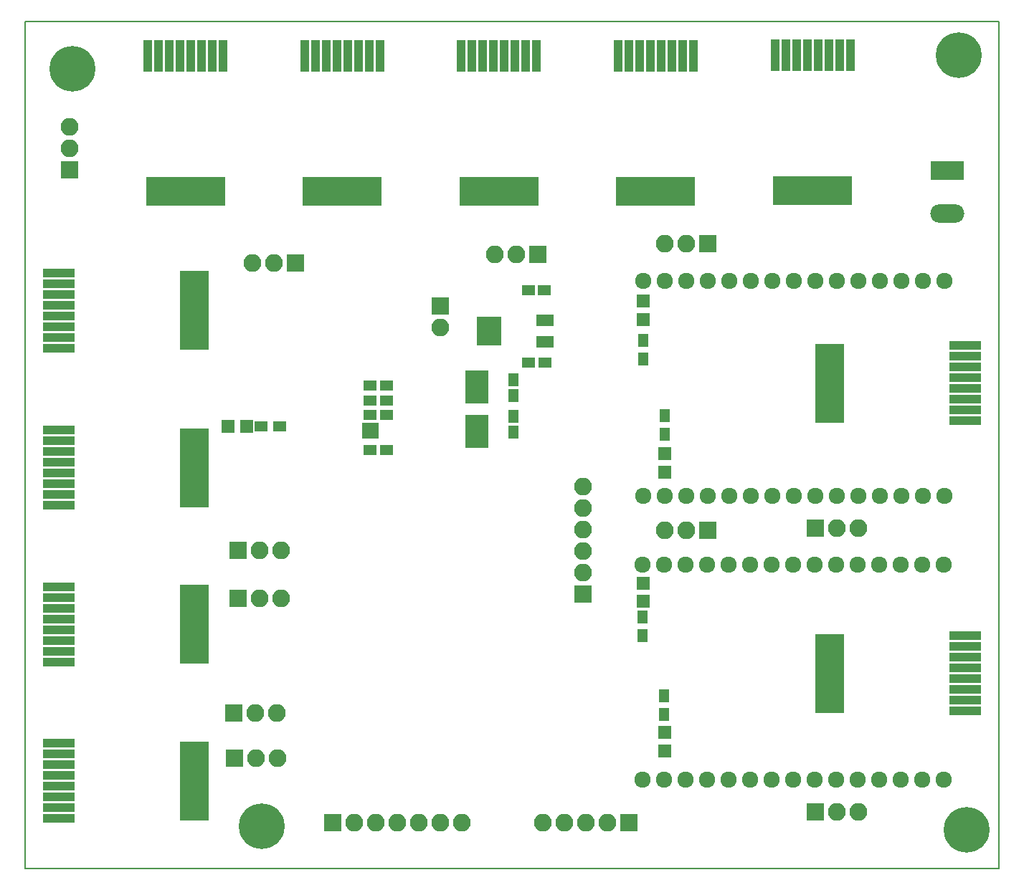
<source format=gbr>
G04 #@! TF.FileFunction,Soldermask,Top*
%FSLAX46Y46*%
G04 Gerber Fmt 4.6, Leading zero omitted, Abs format (unit mm)*
G04 Created by KiCad (PCBNEW 4.0.6) date 07/10/17 08:35:26*
%MOMM*%
%LPD*%
G01*
G04 APERTURE LIST*
%ADD10C,0.100000*%
%ADD11C,0.150000*%
%ADD12R,1.000000X3.800000*%
%ADD13R,9.400000X3.400000*%
%ADD14R,4.000000X2.200000*%
%ADD15O,4.000000X2.200000*%
%ADD16R,2.100000X2.100000*%
%ADD17O,2.100000X2.100000*%
%ADD18R,3.800000X1.000000*%
%ADD19R,3.400000X9.400000*%
%ADD20C,5.400000*%
%ADD21R,1.150000X1.600000*%
%ADD22R,1.600000X1.150000*%
%ADD23R,1.600000X1.300000*%
%ADD24C,1.924000*%
%ADD25R,2.800000X3.900000*%
%ADD26R,2.000000X1.400000*%
%ADD27R,2.900000X3.400000*%
%ADD28R,1.300000X1.600000*%
%ADD29R,1.600000X1.600000*%
G04 APERTURE END LIST*
D10*
D11*
X66000000Y-35000000D02*
X66000000Y-135000000D01*
X66000000Y-135000000D02*
X181000000Y-135000000D01*
X181000000Y-35000000D02*
X181000000Y-135000000D01*
X66000000Y-35000000D02*
X181000000Y-35000000D01*
D12*
X99015000Y-39000000D03*
X100285000Y-39000000D03*
X101555000Y-39000000D03*
X102825000Y-39000000D03*
X104095000Y-39000000D03*
X105365000Y-39000000D03*
X106635000Y-39000000D03*
X107905000Y-39000000D03*
D13*
X103460000Y-55000000D03*
D14*
X174880000Y-52580000D03*
D15*
X174880000Y-57660000D03*
D12*
X136015000Y-39000000D03*
X137285000Y-39000000D03*
X138555000Y-39000000D03*
X139825000Y-39000000D03*
X141095000Y-39000000D03*
X142365000Y-39000000D03*
X143635000Y-39000000D03*
X144905000Y-39000000D03*
D13*
X140460000Y-55000000D03*
D16*
X71300000Y-52480000D03*
D17*
X71300000Y-49940000D03*
X71300000Y-47400000D03*
D10*
G36*
X105810000Y-84240000D02*
X105810000Y-82340000D01*
X107710000Y-82340000D01*
X107710000Y-84240000D01*
X105810000Y-84240000D01*
X105810000Y-84240000D01*
G37*
D18*
X70000000Y-73565000D03*
X70000000Y-72295000D03*
X70000000Y-71025000D03*
X70000000Y-69755000D03*
X70000000Y-68485000D03*
X70000000Y-67215000D03*
X70000000Y-65945000D03*
X70000000Y-64675000D03*
D19*
X86000000Y-69120000D03*
D18*
X70000000Y-110615000D03*
X70000000Y-109345000D03*
X70000000Y-108075000D03*
X70000000Y-106805000D03*
X70000000Y-105535000D03*
X70000000Y-104265000D03*
X70000000Y-102995000D03*
X70000000Y-101725000D03*
D19*
X86000000Y-106170000D03*
D20*
X71630000Y-40510000D03*
X93980000Y-130050000D03*
X177170000Y-130430000D03*
D21*
X123698000Y-77282000D03*
X123698000Y-79182000D03*
X123698000Y-83500000D03*
X123698000Y-81600000D03*
D22*
X127340000Y-66710000D03*
X125440000Y-66710000D03*
X125450000Y-75240000D03*
X127350000Y-75240000D03*
X106746000Y-77978000D03*
X108646000Y-77978000D03*
X106740000Y-79720000D03*
X108640000Y-79720000D03*
X106750000Y-81430000D03*
X108650000Y-81430000D03*
X106746000Y-85598000D03*
X108646000Y-85598000D03*
D16*
X115062000Y-68580000D03*
D17*
X115062000Y-71120000D03*
D16*
X131840000Y-102590000D03*
D17*
X131840000Y-100050000D03*
X131840000Y-97510000D03*
X131840000Y-94970000D03*
X131840000Y-92430000D03*
X131840000Y-89890000D03*
D16*
X102320000Y-129620000D03*
D17*
X104860000Y-129620000D03*
X107400000Y-129620000D03*
X109940000Y-129620000D03*
X112480000Y-129620000D03*
X115020000Y-129620000D03*
X117560000Y-129620000D03*
D16*
X137270000Y-129650000D03*
D17*
X134730000Y-129650000D03*
X132190000Y-129650000D03*
X129650000Y-129650000D03*
X127110000Y-129650000D03*
D16*
X126510000Y-62470000D03*
D17*
X123970000Y-62470000D03*
X121430000Y-62470000D03*
D16*
X97900000Y-63480000D03*
D17*
X95360000Y-63480000D03*
X92820000Y-63480000D03*
D16*
X146570000Y-95050000D03*
D17*
X144030000Y-95050000D03*
X141490000Y-95050000D03*
D16*
X159310000Y-128320000D03*
D17*
X161850000Y-128320000D03*
X164390000Y-128320000D03*
D18*
X177000000Y-107565000D03*
X177000000Y-108835000D03*
X177000000Y-110105000D03*
X177000000Y-111375000D03*
X177000000Y-112645000D03*
X177000000Y-113915000D03*
X177000000Y-115185000D03*
X177000000Y-116455000D03*
D19*
X161000000Y-112010000D03*
D16*
X146590000Y-61170000D03*
D17*
X144050000Y-61170000D03*
X141510000Y-61170000D03*
D16*
X159350000Y-94850000D03*
D17*
X161890000Y-94850000D03*
X164430000Y-94850000D03*
D18*
X177000000Y-73255000D03*
X177000000Y-74525000D03*
X177000000Y-75795000D03*
X177000000Y-77065000D03*
X177000000Y-78335000D03*
X177000000Y-79605000D03*
X177000000Y-80875000D03*
X177000000Y-82145000D03*
D19*
X161000000Y-77700000D03*
D12*
X117515000Y-39000000D03*
X118785000Y-39000000D03*
X120055000Y-39000000D03*
X121325000Y-39000000D03*
X122595000Y-39000000D03*
X123865000Y-39000000D03*
X125135000Y-39000000D03*
X126405000Y-39000000D03*
D13*
X121960000Y-55000000D03*
D12*
X80515000Y-39000000D03*
X81785000Y-39000000D03*
X83055000Y-39000000D03*
X84325000Y-39000000D03*
X85595000Y-39000000D03*
X86865000Y-39000000D03*
X88135000Y-39000000D03*
X89405000Y-39000000D03*
D13*
X84960000Y-55000000D03*
D18*
X70000000Y-129115000D03*
X70000000Y-127845000D03*
X70000000Y-126575000D03*
X70000000Y-125305000D03*
X70000000Y-124035000D03*
X70000000Y-122765000D03*
X70000000Y-121495000D03*
X70000000Y-120225000D03*
D19*
X86000000Y-124670000D03*
D18*
X70000000Y-92115000D03*
X70000000Y-90845000D03*
X70000000Y-89575000D03*
X70000000Y-88305000D03*
X70000000Y-87035000D03*
X70000000Y-85765000D03*
X70000000Y-84495000D03*
X70000000Y-83225000D03*
D19*
X86000000Y-87670000D03*
D16*
X90640000Y-116680000D03*
D17*
X93180000Y-116680000D03*
X95720000Y-116680000D03*
D16*
X90770000Y-121970000D03*
D17*
X93310000Y-121970000D03*
X95850000Y-121970000D03*
D16*
X91140000Y-97450000D03*
D17*
X93680000Y-97450000D03*
X96220000Y-97450000D03*
D16*
X91140000Y-103150000D03*
D17*
X93680000Y-103150000D03*
X96220000Y-103150000D03*
D23*
X96080000Y-82830000D03*
X93880000Y-82830000D03*
D24*
X138940000Y-99110000D03*
X141480000Y-99110000D03*
X144020000Y-99110000D03*
X146560000Y-99110000D03*
X149100000Y-99110000D03*
X151640000Y-99110000D03*
X154180000Y-99110000D03*
X156720000Y-99110000D03*
X159260000Y-99110000D03*
X161800000Y-99110000D03*
X164340000Y-99110000D03*
X166880000Y-99110000D03*
X169420000Y-99110000D03*
X171960000Y-99110000D03*
X174500000Y-99110000D03*
X174500000Y-124510000D03*
X171960000Y-124510000D03*
X169420000Y-124510000D03*
X166880000Y-124510000D03*
X164340000Y-124510000D03*
X161800000Y-124510000D03*
X159260000Y-124510000D03*
X156720000Y-124510000D03*
X154180000Y-124510000D03*
X151640000Y-124510000D03*
X149100000Y-124510000D03*
X146560000Y-124510000D03*
X144020000Y-124510000D03*
X141480000Y-124510000D03*
X138940000Y-124510000D03*
X139010000Y-65610000D03*
X141550000Y-65610000D03*
X144090000Y-65610000D03*
X146630000Y-65610000D03*
X149170000Y-65610000D03*
X151710000Y-65610000D03*
X154250000Y-65610000D03*
X156790000Y-65610000D03*
X159330000Y-65610000D03*
X161870000Y-65610000D03*
X164410000Y-65610000D03*
X166950000Y-65610000D03*
X169490000Y-65610000D03*
X172030000Y-65610000D03*
X174570000Y-65610000D03*
X174570000Y-91010000D03*
X172030000Y-91010000D03*
X169490000Y-91010000D03*
X166950000Y-91010000D03*
X164410000Y-91010000D03*
X161870000Y-91010000D03*
X159330000Y-91010000D03*
X156790000Y-91010000D03*
X154250000Y-91010000D03*
X151710000Y-91010000D03*
X149170000Y-91010000D03*
X146630000Y-91010000D03*
X144090000Y-91010000D03*
X141550000Y-91010000D03*
X139010000Y-91010000D03*
D25*
X119380000Y-83372000D03*
X119380000Y-78172000D03*
D26*
X127353333Y-70260000D03*
X127353333Y-72800000D03*
D27*
X120803333Y-71530000D03*
D28*
X141460000Y-116860000D03*
X141460000Y-114660000D03*
X139000000Y-72610000D03*
X139000000Y-74810000D03*
X141550000Y-83740000D03*
X141550000Y-81540000D03*
X138930000Y-105320000D03*
X138930000Y-107520000D03*
D20*
X176240000Y-38960000D03*
D12*
X154530000Y-38980000D03*
X155800000Y-38980000D03*
X157070000Y-38980000D03*
X158340000Y-38980000D03*
X159610000Y-38980000D03*
X160880000Y-38980000D03*
X162150000Y-38980000D03*
X163420000Y-38980000D03*
D13*
X158975000Y-54980000D03*
D29*
X90000000Y-82840000D03*
X92200000Y-82840000D03*
X138950000Y-101300000D03*
X138950000Y-103500000D03*
X141490000Y-121190000D03*
X141490000Y-118990000D03*
X139010000Y-67970000D03*
X139010000Y-70170000D03*
X141540000Y-88200000D03*
X141540000Y-86000000D03*
M02*

</source>
